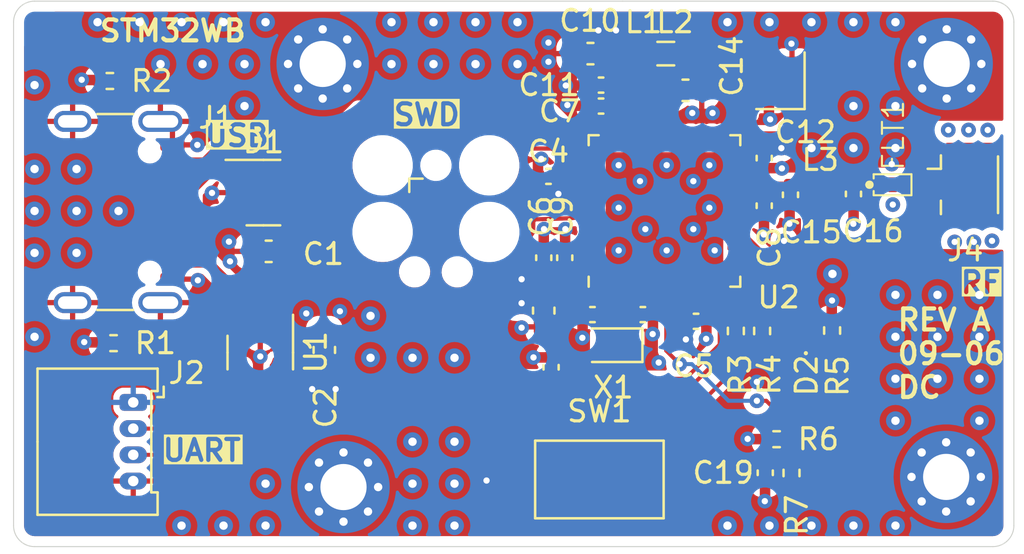
<source format=kicad_pcb>
(kicad_pcb (version 20221018) (generator pcbnew)
  (layers (0 "F.Cu" signal) (1 "In1.Cu" signal) (2 "In2.Cu" signal) (31 "B.Cu" signal) (34 "B.Paste" user) (35 "F.Paste" user) (36 "B.SilkS" user "B.Silkscreen") (37 "F.SilkS" user "F.Silkscreen") (38 "B.Mask" user) (39 "F.Mask" user) (44 "Edge.Cuts" user))
  (net 0 "")
  (net 1 "+5V")
  (net 2 "GND")
  (net 3 "+3.3V")
  (net 4 "/SWD_NRST")
  (net 5 "/SMPSFB")
  (net 6 "/RF")
  (net 7 "/RF_MATCH")
  (net 8 "/LSE_OUT")
  (net 9 "/LSE_IN")
  (net 10 "/BOOT0")
  (net 11 "/USBC_D-")
  (net 12 "/USBC_D+")
  (net 13 "/USB_D+")
  (net 14 "/USB_D-")
  (net 15 "/LED_K")
  (net 16 "/LED_A")
  (net 17 "/USBC_CC1")
  (net 19 "/USBC_CC2")
  (net 21 "/UART1_TXC")
  (net 22 "/UART1_RXC")
  (net 23 "/SWD_DIO")
  (net 24 "/SWD_CLK")
  (net 25 "/SWD_TRC")
  (net 26 "/RF_ANT")
  (net 27 "/SMPSLX")
  (net 28 "/SMPSLXL")
  (net 29 "/UART1_TX")
  (net 30 "/UART1_RX")
  (net 31 "Net-(R7-Pad1)")
  (net 43 "/HSE_OUT")
  (net 44 "/HSE_IN")
  (footprint "Capacitor_SMD:C_0402_1005Metric" (layer "F.Cu") (at 64.25 72.23 90)
    (fp_text reference "C6")
    (fp_text value "100n")
  )
  (footprint "Package_TO_SOT_SMD:SOT-23-5" (layer "F.Cu") (at 50.75 76.75 -90)
    (fp_text reference "U1")
    (fp_text value "MIC5365-3.3YD5")
  )
  (footprint "MountingHole:MountingHole_2.2mm_M2_Pad_Via" (layer "F.Cu") (at 53.722 62.992)
    (fp_text reference "H1" hide)
    (fp_text value "MountingHole_Pad")
  )
  (footprint "Capacitor_SMD:C_0402_1005Metric" (layer "F.Cu") (at 68.97 74.94)
    (fp_text reference "C17" hide)
    (fp_text value "10p")
  )
  (footprint "Connector:Tag-Connect_TC2030-IDC-FP_2x03_P1.27mm_Vertical" (layer "F.Cu") (at 59.115 70.365 -90)
    (fp_text reference "J3" hide)
    (fp_text value "TC2030")
  )
  (footprint "Crystal:Crystal_SMD_2016-4Pin_2.0x1.6mm" (layer "F.Cu") (at 75.523 63.7936 90)
    (fp_text reference "X2" hide)
    (fp_text value "32MHz")
  )
  (footprint "Resistor_SMD:R_0402_1005Metric" (layer "F.Cu") (at 73.4 75.72 -90)
    (fp_text reference "R3")
    (fp_text value "220R")
  )
  (footprint "Capacitor_SMD:C_0402_1005Metric" (layer "F.Cu") (at 79 69.19 -90)
    (fp_text reference "C16")
    (fp_text value "0p3")
  )
  (footprint "Resistor_SMD:R_0402_1005Metric" (layer "F.Cu") (at 43.5864 63.8048 180)
    (fp_text reference "R2")
    (fp_text value "5k1")
  )
  (footprint "Resistor_SMD:R_0402_1005Metric" (layer "F.Cu") (at 77.9834 75.6996 90)
    (fp_text reference "R5")
    (fp_text value "220R")
  )
  (footprint "Capacitor_SMD:C_0402_1005Metric" (layer "F.Cu") (at 74.75 69.75 -90)
    (fp_text reference "C8")
    (fp_text value "100n")
  )
  (footprint "Button_Switch_SMD:SW_SPST_CK_RS282G05A3" (layer "F.Cu") (at 66.9 82.8 180)
    (fp_text reference "SW1")
    (fp_text value "SW_Push")
  )
  (footprint "Capacitor_SMD:C_0402_1005Metric" (layer "F.Cu") (at 76 69.23 -90)
    (fp_text reference "C15")
    (fp_text value "0p8")
  )
  (footprint "Connector_Coaxial:U.FL_Hirose_U.FL-R-SMT-1_Vertical" (layer "F.Cu") (at 84.05 68.75)
    (fp_text reference "J4")
    (fp_text value "Conn_Coaxial")
  )
  (footprint "Resistor_SMD:R_0402_1005Metric" (layer "F.Cu") (at 75.34 80.88 180)
    (fp_text reference "R6")
    (fp_text value "5k1")
  )
  (footprint "Capacitor_SMD:C_0603_1608Metric" (layer "F.Cu") (at 64.25 74.75 -90)
    (fp_text reference "C3" hide)
    (fp_text value "4u7")
  )
  (footprint "Fiducial:Fiducial_1mm_Mask2mm" (layer "F.Cu") (at 40.386 61.468)
    (fp_text reference "FM1" hide)
    (fp_text value "Fiducial")
  )
  (footprint "STM32-Bluetooth_PCBFootprint:DLF162500LT-5028A1" (layer "F.Cu") (at 80.8625 68.75)
    (fp_text reference "FLT1")
    (fp_text value "DLF162500LT-5028A1")
  )
  (footprint "Fiducial:Fiducial_1mm_Mask2mm" (layer "F.Cu") (at 79.502 62.992)
    (fp_text reference "FM2" hide)
    (fp_text value "Fiducial")
  )
  (footprint "Resistor_SMD:R_0402_1005Metric" (layer "F.Cu") (at 76.05 82.49 90)
    (fp_text reference "R7")
    (fp_text value "220R")
  )
  (footprint "Resistor_SMD:R_0402_1005Metric" (layer "F.Cu") (at 74.65 75.72 -90)
    (fp_text reference "R4")
    (fp_text value "220R")
  )
  (footprint "MountingHole:MountingHole_2.2mm_M2_Pad_Via" (layer "F.Cu") (at 54.713274 83.161274)
    (fp_text reference "H2" hide)
    (fp_text value "MountingHole_Pad")
  )
  (footprint "Capacitor_SMD:C_0402_1005Metric" (layer "F.Cu") (at 66.98 65 180)
    (fp_text reference "C7")
    (fp_text value "100n")
  )
  (footprint "Resistor_SMD:R_0402_1005Metric" (layer "F.Cu") (at 43.7622 76.3016 180)
    (fp_text reference "R1")
    (fp_text value "5k1")
  )
  (footprint "Package_TO_SOT_SMD:SOT-23-6" (layer "F.Cu") (at 50.9 69.125)
    (fp_text reference "D1")
    (fp_text value "USBLC6-2SC6")
  )
  (footprint "Package_DFN_QFN:QFN-48-1EP_7x7mm_P0.5mm_EP5.6x5.6mm" (layer "F.Cu") (at 70 70 90)
    (fp_text reference "U2")
    (fp_text value "STM32WB55CEU6")
  )
  (footprint "Connector_USB:USB_C_Receptacle_GCT_USB4105-xx-A_16P_TopMnt_Horizontal" (layer "F.Cu") (at 42.8875 70.05 -90)
    (fp_text reference "J1")
    (fp_text value "USB_C_Receptacle_USB2.0")
  )
  (footprint "Inductor_SMD:L_0402_1005Metric" (layer "F.Cu") (at 77.5 68.71)
    (fp_text reference "L3")
    (fp_text value "2n7")
  )
  (footprint "Capacitor_SMD:C_0402_1005Metric" (layer "F.Cu") (at 71.5036 75.2602)
    (fp_text reference "C5")
    (fp_text value "100n")
  )
  (footprint "Crystal:Crystal_SMD_2012-2Pin_2.0x1.2mm" (layer "F.Cu") (at 67.75 76.4 180)
    (fp_text reference "X1")
    (fp_text value "32kHz768")
  )
  (footprint "MountingHole:MountingHole_2.2mm_M2_Pad_Via" (layer "F.Cu") (at 83.44 62.992)
    (fp_text reference "H3" hide)
    (fp_text value "MountingHole_Pad")
  )
  (footprint "Fiducial:Fiducial_1mm_Mask2mm" (layer "F.Cu") (at 79.248 82.804)
    (fp_text reference "FM3" hide)
    (fp_text value "Fiducial")
  )
  (footprint "LED_SMD:LED_0402_1005Metric" (layer "F.Cu") (at 76.7334 75.6896 90)
    (fp_text reference "D2")
    (fp_text value "LED")
  )
  (footprint "Capacitor_SMD:C_0402_1005Metric" (layer "F.Cu") (at 74.75 67.48 -90)
    (fp_text reference "C12")
    (fp_text value "100n")
  )
  (footprint "Capacitor_SMD:C_0402_1005Metric" (layer "F.Cu") (at 65.25 72.23 90)
    (fp_text reference "C9")
    (fp_text value "100n")
  )
  (footprint "Inductor_SMD:L_0805_2012Metric" (layer "F.Cu") (at 70.0625 62.5)
    (fp_text reference "L2")
    (fp_text value "10u")
  )
  (footprint "Capacitor_SMD:C_0603_1608Metric" (layer "F.Cu") (at 51.15 71.925 180)
    (fp_text reference "C1")
    (fp_text value "4u7")
  )
  (footprint "MountingHole:MountingHole_2.2mm_M2_Pad_Via" (layer "F.Cu") (at 83.415274 82.678)
    (fp_text reference "H4" hide)
    (fp_text value "MountingHole_Pad")
  )
  (footprint "Capacitor_SMD:C_0402_1005Metric" (layer "F.Cu") (at 74.8 82.48 -90)
    (fp_text reference "C19")
    (fp_text value "100n")
  )
  (footprint "Capacitor_SMD:C_0402_1005Metric" (layer "F.Cu") (at 64.475 68.35 180)
    (fp_text reference "C4")
    (fp_text value "100n")
  )
  (footprint "Capacitor_SMD:C_0402_1005Metric" (layer "F.Cu") (at 66.98 64 180)
    (fp_text reference "C11")
    (fp_text value "100n")
  )
  (footprint "Capacitor_SMD:C_0402_1005Metric" (layer "F.Cu") (at 66.57 74.94 180)
    (fp_text reference "C18" hide)
    (fp_text value "10p")
  )
  (footprint "Capacitor_SMD:C_0603_1608Metric" (layer "F.Cu") (at 53.8 76.625 90)
    (fp_text reference "C2")
    (fp_text value "4u7")
  )
  (footprint "Connector_Molex:Molex_PicoBlade_53048-0410_1x04_P1.25mm_Horizontal" (layer "F.Cu") (at 44.7 79.125 -90)
    (fp_text reference "J2")
    (fp_text value "Conn_01x04")
  )
  (footprint "Capacitor_SMD:C_0603_1608Metric" (layer "F.Cu") (at 66.475 62.5 180)
    (fp_text reference "C10")
    (fp_text value "4u7")
  )
  (footprint "Capacitor_SMD:C_0603_1608Metric" (layer "F.Cu") (at 71 64.25)
    (fp_text reference "C14")
    (fp_text value "4u7")
  )
  (footprint "Capacitor_SMD:C_0402_1005Metric" (layer "F.Cu") (at 64.6 77.45 90)
    (fp_text reference "C13" hide)
    (fp_text value "100n")
  )
  (footprint "Inductor_SMD:L_0402_1005Metric" (layer "F.Cu") (at 68.75 64.485 90)
    (fp_text reference "L1")
    (fp_text value "10n")
  )
  (gr_line (start 67.62 74.53) (end 67.52 74.69) (stroke (width 0.2)) (layer "F.Cu"))
  (gr_line (start 67.72 73.5) (end 67.75 74.13) (stroke (width 0.2)) (layer "F.Cu"))
  (gr_line (start 61.25 72.75) (end 61 72.5) (stroke (width 0.2)) (layer "F.Cu"))
  (gr_line (start 60.1 68.325) (end 59.8 68.575) (stroke (width 0.2)) (layer "F.Cu"))
  (gr_line (start 69.27 66.59) (end 69.27 67.52) (stroke (width 0.2)) (layer "F.Cu"))
  (gr_line (start 65.7 69.7) (end 65.525 69.825) (stroke (width 0.2)) (layer "F.Cu"))
  (gr_line (start 66.6 68.25) (end 65.85 68.175) (stroke (width 0.2)) (layer "F.Cu"))
  (gr_line (start 66.25 69.25) (end 65.7 69.425) (stroke (width 0.2)) (layer "F.Cu"))
  (gr_line (start 65.7 69.425) (end 65.7 69.7) (stroke (width 0.2)) (layer "F.Cu"))
  (gr_line (start 67.6 74.25) (end 67.62 74.53) (stroke (width 0.2)) (layer "F.Cu"))
  (gr_line (start 63.75 70.5) (end 63.75 71) (stroke (width 0.2)) (layer "F.Cu"))
  (gr_line (start 68.75 65.7) (end 68.75 65) (stroke (width 0.5)) (layer "F.Cu"))
  (gr_line (start 68.8 63.95) (end 69 62.4) (stroke (width 0.5)) (layer "F.Cu"))
  (gr_line (start 60.575 66) (end 60.05 67.025) (stroke (width 0.2)) (layer "F.Cu"))
  (gr_line (start 63.375 66.825) (end 63.375 66.25) (stroke (width 0.2)) (layer "F.Cu"))
  (gr_line (start 62.6 69.4) (end 60.4 69.4) (stroke (width 0.2)) (layer "F.Cu"))
  (gr_line (start 68.26 74.05) (end 68.48 74.14) (stroke (width 0.2)) (layer "F.Cu"))
  (gr_line (start 65.85 68.175) (end 65.325 67.65) (stroke (width 0.2)) (layer "F.Cu"))
  (gr_line (start 67.05 74.94) (end 67.06 76.16) (stroke (width 0.2)) (layer "F.Cu"))
  (gr_line (start 62.75 72.5) (end 62.25 72.75) (stroke (width 0.2)) (layer "F.Cu"))
  (gr_line (start 68.26 73.45) (end 68.26 74.05) (stroke (width 0.2)) (layer "F.Cu"))
  (gr_line (start 60.05 67.025) (end 60.1 68.325) (stroke (width 0.2)) (layer "F.Cu"))
  (gr_line (start 68.48 74.14) (end 68.48 74.71) (stroke (width 0.2)) (layer "F.Cu"))
  (gr_line (start 63.375 66.25) (end 62.75 66) (stroke (width 0.2)) (layer "F.Cu"))
  (gr_line (start 63.75 69.5) (end 62.6 69.4) (stroke (width 0.2)) (layer "F.Cu"))
  (gr_line (start 68.75 66.6) (end 68.75 65.9) (stroke (width 0.2)) (layer "F.Cu"))
  (gr_line (start 65.525 69.825) (end 64.025 69.85) (stroke (width 0.2)) (layer "F.Cu"))
  (gr_line (start 64.025 69.85) (end 63.75 69.5) (stroke (width 0.2)) (layer "F.Cu"))
  (gr_line (start 64.65 67.025) (end 63.7 67.025) (stroke (width 0.2)) (layer "F.Cu"))
  (gr_line (start 63.825 70.4) (end 63.75 70.5) (stroke (width 0.2)) (layer "F.Cu"))
  (gr_line (start 66.5 70.25) (end 65.475 70.35) (stroke (width 0.2)) (layer "F.Cu"))
  (gr_line (start 68.75 65.9) (end 68.75 65.7) (stroke (width 0.2)) (layer "F.Cu"))
  (gr_line (start 65.475 70.35) (end 63.825 70.4) (stroke (width 0.2)) (layer "F.Cu"))
  (gr_line (start 62.75 66) (end 60.575 66) (stroke (width 0.2)) (layer "F.Cu"))
  (gr_line (start 74.1 65.4) (end 72.72 66.39) (stroke (width 0.2)) (layer "F.Cu"))
  (gr_line (start 59.8 69.8) (end 59.8 70.35) (stroke (width 0.2)) (layer "F.Cu"))
  (gr_line (start 63.75 71) (end 62.75 72.5) (stroke (width 0.2)) (layer "F.Cu"))
  (gr_line (start 62.25 72.75) (end 61.25 72.75) (stroke (width 0.2)) (layer "F.Cu"))
  (gr_line (start 60.4 69.4) (end 59.8 69.8) (stroke (width 0.2)) (layer "F.Cu"))
  (gr_line (start 65.325 67.65) (end 64.65 67.025) (stroke (width 0.2)) (layer "F.Cu"))
  (gr_line (start 67.75 74.13) (end 67.6 74.25) (stroke (width 0.2)) (layer "F.Cu"))
  (gr_line (start 74.83 63.11) (end 74.13 63.43) (stroke (width 0.2)) (layer "F.Cu"))
  (gr_line (start 59.8 68.575) (end 59.75 69.095) (stroke (width 0.2)) (layer "F.Cu"))
  (gr_line (start 74.13 63.43) (end 74.1 65.4) (stroke (width 0.2)) (layer "F.Cu"))
  (gr_line (start 68.48 74.93) (end 68.48 76.35) (stroke (width 0.2)) (layer "F.Cu"))
  (gr_line (start 61 72.5) (end 59.75 71.5) (stroke (width 0.2)) (layer "F.Cu"))
  (gr_line (start 63.7 67.025) (end 63.375 66.825) (stroke (width 0.2)) (layer "F.Cu"))
  (gr_line (start 67.52 74.69) (end 67.14 74.7) (stroke (width 0.2)) (layer "F.Cu"))
  (gr_arc (start 40 86) (mid 39.292893 85.707107) (end 39 85) (stroke (width 0.05)) (layer "Edge.Cuts"))
  (gr_line (start 39 85) (end 39 61) (stroke (width 0.05)) (layer "Edge.Cuts"))
  (gr_line (start 68 60) (end 85.6394 60) (stroke (width 0.05)) (layer "Edge.Cuts"))
  (gr_line (start 40 60) (end 68 60) (stroke (width 0.05)) (layer "Edge.Cuts"))
  (gr_arc (start 86.6394 85) (mid 86.346507 85.707107) (end 85.6394 86) (stroke (width 0.05)) (layer "Edge.Cuts"))
  (gr_arc (start 85.6394 60) (mid 86.346507 60.292893) (end 86.6394 61) (stroke (width 0.05)) (layer "Edge.Cuts"))
  (gr_line (start 85.6394 86) (end 40 86) (stroke (width 0.05)) (layer "Edge.Cuts"))
  (gr_arc (start 39 61) (mid 39.292893 60.292893) (end 40 60) (stroke (width 0.05)) (layer "Edge.Cuts"))
  (gr_line (start 86.6394 61) (end 86.6394 85) (stroke (width 0.05)) (layer "Edge.Cuts"))
  (gr_text "UART" (at 46 82) (layer "F.SilkS" knockout) (effects (font (size 1 1) (thickness 0.2) bold) (justify left bottom)))
  (gr_text "RF" (at 84 74) (layer "F.SilkS" knockout) (effects (font (size 1 1) (thickness 0.2) bold) (justify left bottom)))
  (gr_text "USB" (at 48 67) (layer "F.SilkS" knockout) (effects (font (size 1 1) (thickness 0.2) bold) (justify left bottom)))
  (gr_text "REV A\n09-06\nDC" (at 81 79) (layer "F.SilkS") (effects (font (size 1 1) (thickness 0.2) bold) (justify left bottom)))
  (gr_text "SWD" (at 57 66) (layer "F.SilkS" knockout) (effects (font (size 1 1) (thickness 0.2) bold) (justify left bottom)))
  (gr_text "STM32WB" (at 43 62) (layer "F.SilkS") (effects (font (size 1 1) (thickness 0.2) bold) (justify left bottom)))
  (segment (start 50.777371 74.027371) (end 51.7 74.95) (width 0.5) (layer "F.Cu") (net 1))
  (segment (start 46.5675 72.45) (end 48.222629 72.45) (width 0.5) (layer "F.Cu") (net 1))
  (segment (start 48.825 66.975) (end 50.123528 66.975) (width 0.5) (layer "F.Cu") (net 1))
  (segment (start 49.8 74.027371) (end 50.777371 74.027371) (width 0.5) (layer "F.Cu") (net 1))
  (segment (start 51.7 74.95) (end 51.7 75.6125) (width 0.5) (layer "F.Cu") (net 1))
  (segment (start 50.123528 66.975) (end 50.925 67.776472) (width 0.5) (layer "F.Cu") (net 1))
  (segment (start 51.925 72.879742) (end 50.777371 74.027371) (width 0.5) (layer "F.Cu") (net 1))
  (segment (start 50.925 67.776472) (end 50.925 68.575) (width 0.5) (layer "F.Cu") (net 1))
  (segment (start 51.475 69.125) (end 52.0375 69.125) (width 0.5) (layer "F.Cu") (net 1))
  (segment (start 46.5675 67.65) (end 46.6175 67.7) (width 0.5) (layer "F.Cu") (net 1))
  (segment (start 48.1 67.7) (end 48.825 66.975) (width 0.5) (layer "F.Cu") (net 1))
  (segment (start 51.925 71.925) (end 51.925 72.879742) (width 0.5) (layer "F.Cu") (net 1))
  (segment (start 48.222629 72.45) (end 49.8 74.027371) (width 0.5) (layer "F.Cu") (net 1))
  (segment (start 50.925 68.575) (end 51.475 69.125) (width 0.5) (layer "F.Cu") (net 1))
  (segment (start 49.8 75.6125) (end 49.8 74.027371) (width 0.19) (layer "F.Cu") (net 1))
  (segment (start 46.6175 67.7) (end 48.1 67.7) (width 0.5) (layer "F.Cu") (net 1))
  (segment (start 74.975 64.775) (end 74.975 65.577) (width 0.5) (layer "F.Cu") (net 2))
  (segment (start 76.0476 63.0682) (end 76.073 63.0936) (width 0.5) (layer "F.Cu") (net 2))
  (segment (start 71.9956 75.2144) (end 71.9956 76.0864) (width 0.5) (layer "F.Cu") (net 2))
  (segment (start 77.966 75.1536) (end 77.966 74.2816) (width 0.5) (layer "F.Cu") (net 2))
  (segment (start 74.7894 82.9498) (end 74.7894 83.8218) (width 0.5) (layer "F.Cu") (net 2))
  (segment (start 69.45 74.984) (end 69.45 75.856) (width 0.5) (layer "F.Cu") (net 2))
  (segment (start 64.25 70.878) (end 64.262 70.866) (width 0.5) (layer "F.Cu") (net 2))
  (segment (start 74.973 64.4936) (end 74.973 64.773) (width 0.5) (layer "F.Cu") (net 2))
  (segment (start 65.4102 64.9852) (end 65.375 64.95) (width 0.5) (layer "F.Cu") (net 2))
  (segment (start 74.7064 67.9584) (end 75.5784 67.9584) (width 0.5) (layer "F.Cu") (net 2))
  (segment (start 75.958 69.728) (end 75.958 70.6) (width 0.5) (layer "F.Cu") (net 2))
  (segment (start 74.845 80.8766) (end 73.973 80.8766) (width 0.5) (layer "F.Cu") (net 2))
  (segment (start 65.266 71.75) (end 65.266 70.878) (width 0.5) (layer "F.Cu") (net 2))
  (segment (start 64.633 76.982) (end 63.761 76.982) (width 0.5) (layer "F.Cu") (net 2))
  (segment (start 73.4375 68.25) (end 74.46 68.25) (width 0.25) (layer "F.Cu") (net 2))
  (segment (start 74.7388 70.236) (end 74.7388 71.108) (width 0.5) (layer "F.Cu") (net 2))
  (segment (start 74.975 65.577) (end 75.0316 65.6336) (width 0.5) (layer "F.Cu") (net 2))
  (segment (start 64.25 71.75) (end 64.25 70.878) (width 0.5) (layer "F.Cu") (net 2))
  (segment (start 74.973 64.773) (end 74.975 64.775) (width 0.5) (layer "F.Cu") (net 2))
  (segment (start 66.5176 64.9852) (end 65.4102 64.9852) (width 0.5) (layer "F.Cu") (net 2))
  (segment (start 66.1 74.944) (end 66.1 75.816) (width 0.5) (layer "F.Cu") (net 2))
  (segment (start 43.249 76.262) (end 42.377 76.262) (width 0.5) (layer "F.Cu") (net 2))
  (segment (start 66.5176 64.02) (end 65.3 64.02) (width 0.5) (layer "F.Cu") (net 2))
  (segment (start 63.975 68.4036) (end 63.975 67.5316) (width 0.5) (layer "F.Cu") (net 2))
  (segment (start 74.46 68.25) (end 74.75 67.96) (width 0.25) (layer "F.Cu") (net 2))
  (segment (start 43.128 63.758) (end 42.256 63.758) (width 0.5) (layer "F.Cu") (net 2))
  (segment (start 79.006 69.728) (end 79.006 70.6) (width 0.5) (layer "F.Cu") (net 2))
  (segment (start 66.068 75.798) (end 66.068 75.578) (width 0.19) (layer "F.Cu") (net 2))
  (segment (start 66.068 75.578) (end 66.08 75.566) (width 0.19) (layer "F.Cu") (net 2))
  (via (at 81 65) (size 0.9) (drill 0.4) (layers "F.Cu" "B.Cu") (net 2))
  (via (at 51 61) (size 0.9) (drill 0.4) (layers "F.Cu" "B.Cu") (net 2))
  (via (at 74.7774 83.8338) (size 0.7) (drill 0.3) (layers "F.Cu" "B.Cu") (net 2))
  (via (at 84.7344 71.4756) (size 0.7) (drill 0.3) (layers "F.Cu" "B.Cu") (net 2))
  (via (at 49 85) (size 0.9) (drill 0.4) (layers "F.Cu" "B.Cu") (net 2))
  (via (at 42 70) (size 0.9) (drill 0.4) (layers "F.Cu" "B.Cu") (net 2))
  (via (at 73.961 80.8646) (size 0.7) (drill 0.3) (layers "F.Cu" "B.Cu") (net 2))
  (via (at 50.7492 76.9366) (size 0.7) (drill 0.3) (layers "F.Cu" "B.Cu") (net 2))
  (via (at 40 68) (size 0.9) (drill 0.4) (layers "F.Cu" "B.Cu") (net 2))
  (via (at 75 61) (size 0.9) (drill 0.4) (layers "F.Cu" "B.Cu") (net 2))
  (via (at 76.0476 62.0268) (size 0.7) (drill 0.3) (layers "F.Cu" "B.Cu") (net 2))
  (via (at 83 76) (size 0.9) (drill 0.4) (layers "F.Cu" "B.Cu") (net 2))
  (via (at 49.3083 72.4043) (size 0.7) (drill 0.3) (layers "F.Cu" "B.Cu") (net 2))
  (via (at 56 75) (size 0.9) (drill 0.4) (layers "F.Cu" "B.Cu") (net 2))
  (via (at 47.7774 73.3044) (size 0.7) (drill 0.3) (layers "F.Cu" "B.Cu") (net 2))
  (via (at 49 61) (size 0.9) (drill 0.4) (layers "F.Cu" "B.Cu") (net 2))
  (via (at 71.3232 65.3288) (size 0.7) (drill 0.3) (layers "F.Cu" "B.Cu") (net 2))
  (via (at 60 85) (size 0.9) (drill 0.4) (layers "F.Cu" "B.Cu") (net 2))
  (via (at 49.2575 71.4645) (size 0.7) (drill 0.3) (layers "F.Cu" "B.Cu") (net 2))
  (via (at 63 63) (size 0.9) (drill 0.4) (layers "F.Cu" "B.Cu") (net 2))
  (via (at 68.834 68.58) (size 0.7) (drill 0.3) (layers "F.Cu" "B.Cu") (net 2))
  (via (at 85 76) (size 0.9) (drill 0.4) (layers "F.Cu" "B.Cu") (net 2))
  (via (at 63.1952 75.565) (size 0.7) (drill 0.3) (layers "F.Cu" "B.Cu") (net 2))
  (via (at 72.136 67.818) (size 0.7) (drill 0.3) (layers "F.Cu" "B.Cu") (net 2))
  (via (at 58 85) (size 0.9) (drill 0.4) (layers "F.Cu" "B.Cu") (net 2))
  (via (at 50 63) (size 0.9) (drill 0.4) (layers "F.Cu" "B.Cu") (net 2))
  (via (at 78 73) (size 0.9) (drill 0.4) (layers "F.Cu" "B.Cu") (net 2))
  (via (at 59 61) (size 0.9) (drill 0.4) (layers "F.Cu" "B.Cu") (net 2))
  (via (at 85.3948 66.1416) (size 0.7) (drill 0.3) (layers "F.Cu" "B.Cu") (net 2))
  (via (at 64.262 70.866) (size 0.7) (drill 0.3) (layers "F.Cu" "B.Cu") (net 2))
  (via (at 77 61) (size 0.9) (drill 0.4) (layers "F.Cu" "B.Cu") (net 2))
  (via (at 52.9413 74.8853) (size 0.7) (drill 0.3) (layers "F.Cu" "B.Cu") (net 2))
  (via (at 60 81) (size 0.9) (drill 0.4) (layers "F.Cu" "B.Cu") (net 2))
  (via (at 75 85) (size 0.9) (drill 0.4) (layers "F.Cu" "B.Cu") (net 2))
  (via (at 83 74) (size 0.9) (drill 0.4) (layers "F.Cu" "B.Cu") (net 2))
  (via (at 78.994 70.612) (size 0.7) (drill 0.3) (layers "F.Cu" "B.Cu") (net 2))
  (via (at 57 63) (size 0.9) (drill 0.4) (layers "F.Cu" "B.Cu") (net 2))
  (via (at 61 63) (size 0.9) (drill 0.4) (layers "F.Cu" "B.Cu") (net 2))
  (via (at 56 77) (size 0.9) (drill 0.4) (layers "F.Cu" "B.Cu") (net 2))
  (via (at 85 80) (size 0.9) (drill 0.4) (layers "F.Cu" "B.Cu") (net 2))
  (via (at 70.104 71.882) (size 0.7) (drill 0.3) (layers "F.Cu" "B.Cu") (net 2))
  (via (at 40 76) (size 0.9) (drill 0.4) (layers "F.Cu" "B.Cu") (net 2))
  (via (at 85.598 71.4248) (size 0.7) (drill 0.3) (layers "F.Cu" "B.Cu") (net 2))
  (via (at 69.725 77.225) (size 0.7) (drill 0.3) (layers "F.Cu" "B.Cu") (net 2))
  (via (at 50 65) (size 0.9) (drill 0.4) (layers "F.Cu" "B.Cu") (net 2))
  (via (at 79 85) (size 0.9) (drill 0.4) (layers "F.Cu" "B.Cu") (net 2))
  (via (at 42.244 63.746) (size 0.7) (drill 0.3) (layers "F.Cu" "B.Cu") (net 2))
  (via (at 67.818 69.85) (size 0.7) (drill 0.3) (layers "F.Cu" "B.Cu") (net 2))
  (via (at 71.374 68.58) (size 0.7) (drill 0.3) (layers "F.Cu" "B.Cu") (net 2))
  (via (at 72.39 71.882) (size 0.7) (drill 0.3) (layers "F.Cu" "B.Cu") (net 2))
  (via (at 40 64) (size 0.9) (drill 0.4) (layers "F.Cu" "B.Cu") (net 2))
  (via (at 66.088 76.048) (size 0.7) (drill 0.3) (layers "F.Cu" "B.Cu") (net 2))
  (via (at 75.0316 65.6336) (size 0.7) (drill 0.3) (layers "F.Cu" "B.Cu") (net 2))
  (via (at 40 72) (size 0.9) (drill 0.4) (layers "F.Cu" "B.Cu") (net 2))
  (via (at 63 61) (size 0.9) (drill 0.4) (layers "F.Cu" "B.Cu") (net 2))
  (via (at 85 78) (size 0.9) (drill 0.4) (layers "F.Cu" "B.Cu") (net 2))
  (via (at 48.4503 69.1402) (size 0.7) (drill 0.3) (layers "F.Cu" "B.Cu") (net 2))
  (via (at 60 83) (size 0.9) (drill 0.4) (layers "F.Cu" "B.Cu") (net 2))
  (via (at 71.374 70.866) (size 0.7) (drill 0.3) (layers "F.Cu" "B.Cu") (net 2))
  (via (at 69.088 70.866) (size 0.7) (drill 0.3) (layers "F.Cu" "B.Cu") (net 2))
  (via (at 64.132 67.5196) (size 0.7) (drill 0.3) (layers "F.Cu" "B.Cu") (net 2))
  (via (at 65.278 70.866) (size 0.7) (drill 0.3) (layers "F.Cu" "B.Cu") (net 2))
  (via (at 47 61) (size 0.9) (drill 0.4) (layers "F.Cu" "B.Cu") (net 2))
  (via (at 51 85) (size 0.9) (drill 0.4) (layers "F.Cu" "B.Cu") (net 2))
  (via (at 74.7268 71.12) (size 0.7) (drill 0.3) (layers "F.Cu" "B.Cu") (net 2))
  (via (at 58 83) (size 0.9) (drill 0.4) (layers "F.Cu" "B.Cu") (net 2))
  (via (at 75.5904 67.9704) (size 0.7) (drill 0.3) (layers "F.Cu" "B.Cu") (net 2))
  (via (at 80.8228 67.7672) (size 0.7) (drill 0.3) (layers "F.Cu" "B.Cu") (net 2))
  (via (at 81 80) (size 0.9) (drill 0.4) (layers "F.Cu" "B.Cu") (net 2))
  (via (at 61 61) (size 0.9) (drill 0.4) (layers "F.Cu" "B.Cu") (net 2))
  (via (at 81 74) (size 0.9) (drill 0.4) (layers "F.Cu" "B.Cu") (net 2))
  (via (at 48 63) (size 0.9) (drill 0.4) (layers "F.Cu" "B.Cu") (net 2))
  (via (at 40 70) (size 0.9) (drill 0.4) (layers "F.Cu" "B.Cu") (net 2))
  (via (at 60 77) (size 0.9) (drill 0.4) (layers "F.Cu" "B.Cu") (net 2))
  (via (at 58 77) (size 0.9) (drill 0.4) (layers "F.Cu" "B.Cu") (net 2))
  (via (at 72.2884 65.3288) (size 0.7) (drill 0.3) (layers "F.Cu" "B.Cu") (net 2))
  (via (at 84.4804 66.1416) (size 0.7) (drill 0.3) (layers "F.Cu" "B.Cu") (net 2))
  (via (at 67.818 71.882) (size 0.7) (drill 0.3) (layers "F.Cu" "B.Cu") (net 2))
  (via (at 42 72) (size 0.9) (drill 0.4) (layers "F.Cu" "B.Cu") (net 2))
  (via (at 83 78) (size 0.9) (drill 0.4) (layers "F.Cu" "B.Cu") (net 2))
  (via (at 85 74) (size 0.9) (drill 0.4) (layers "F.Cu" "B.Cu") (net 2))
  (via (at 81 78) (size 0.9) (drill 0.4) (layers "F.Cu" "B.Cu") (net 2))
  (via (at 63.761 76.982) (size 0.7) (drill 0.3) (layers "F.Cu" "B.Cu") (net 2))
  (via (at 69.438 75.868) (size 0.7) (drill 0.3) (layers "F.Cu" "B.Cu") (net 2))
  (via (at 42.365 76.25) (size 0.7) (drill 0.3) (layers "F.Cu" "B.Cu") (net 2))
  (via (at 79 65) (size 0.9) (drill 0.4) (layers "F.Cu" "B.Cu") (net 2))
  (via (at 83.82 71.4756) (size 0.7) (drill 0.3) (layers "F.Cu" "B.Cu") (net 2))
  (via (at 74.4 78.150497) (size 0.7) (drill 0.3) (layers "F.Cu" "B.Cu") (net 2))
  (via (at 51 83) (size 0.9) (drill 0.4) (layers "F.Cu" "B.Cu") (net 2))
  (via (at 42 68) (size 0.9) (drill 0.4) (layers "F.Cu" "B.Cu") (net 2))
  (via (at 81 67) (size 0.9) (drill 0.4) (layers "F.Cu" "B.Cu") (net 2))
  (via (at 44 70) (size 0.9) (drill 0.4) (layers "F.Cu" "B.Cu") (net 2))
  (via (at 47 85) (size 0.9) (drill 0.4) (layers "F.Cu" "B.Cu") (net 2))
  (via (at 58 81) (size 0.9) (drill 0.4) (layers "F.Cu" "B.Cu") (net 2))
  (via (at 54.5415 74.7837) (size 0.7) (drill 0.3) (layers "F.Cu" "B.Cu") (net 2))
  (via (at 81 76) (size 0.9) (drill 0.4) (layers "F.Cu" "B.Cu") (net 2))
  (via (at 77.978 74.2696) (size 0.7) (drill 0.3) (layers "F.Cu" "B.Cu") (net 2))
  (via (at 72.136 69.85) (size 0.7) (drill 0.3) (layers "F.Cu" "B.Cu") (net 2))
  (via (at 81 85) (size 0.9) (drill 0.4) (layers "F.Cu" "B.Cu") (net 2))
  (via (at 57 61) (size 0.9) (drill 0.4) (layers "F.Cu" "B.Cu") (net 2))
  (via (at 47.752 66.8528) (size 0.7) (drill 0.3) (layers "F.Cu" "B.Cu") (net 2))
  (via (at 43 61) (size 0.9) (drill 0.4) (layers "F.Cu" "B.Cu") (net 2))
  (via (at 59 63) (size 0.9) (drill 0.4) (layers "F.Cu" "B.Cu") (net 2))
  (via (at 64.475 61.975) (size 0.7) (drill 0.3) (layers "F.Cu" "B.Cu") (net 2))
  (via (at 67.818 67.818) (size 0.7) (drill 0.3) (layers "F.Cu" "B.Cu") (net 2))
  (via (at 73 85) (size 0.9) (drill 0.4) (layers "F.Cu" "B.Cu") (net 2))
  (via (at 83.5152 66.1416) (size 0.7) (drill 0.3) (layers "F.Cu" "B.Cu") (net 2))
  (via (at 71.9836 76.0984) (size 0.7) (drill 0.3) (layers "F.Cu" "B.Cu") (net 2))
  (via (at 79 61) (size 0.9) (drill 0.4) (layers "F.Cu" "B.Cu") (net 2))
  (via (at 75.946 70.612) (size 0.7) (drill 0.3) (layers "F.Cu" "B.Cu") (net 2))
  (via (at 45 61) (size 0.9) (drill 0.4) (layers "F.Cu" "B.Cu") (net 2))
  (via (at 80.8736 69.6976) (size 0.7) (drill 0.3) (layers "F.Cu" "B.Cu") (net 2))
  (via (at 46 63) (size 0.9) (drill 0.4) (layers "F.Cu" "B.Cu") (net 2))
  (via (at 81 61) (size 0.9) (drill 0.4) (layers "F.Cu" "B.Cu") (net 2))
  (via (at 65.375 64.95) (size 0.7) (drill 0.3) (layers "F.Cu" "B.Cu") (net 2))
  (via (at 65.3 64.02) (size 0.7) (drill 0.3) (layers "F.Cu" "B.Cu") (net 2))
  (via (at 79 67) (size 0.9) (drill 0.4) (layers "F.Cu" "B.Cu") (net 2))
  (via (at 64.475 62.8904) (size 0.7) (drill 0.3) (layers "F.Cu" "B.Cu") (net 2))
  (via (at 77 67) (size 0.9) (drill 0.4) (layers "F.Cu" "B.Cu") (net 2))
  (via (at 77 85) (size 0.9) (drill 0.4) (layers "F.Cu" "B.Cu") (net 2))
  (via (at 73 61) (size 0.9) (drill 0.4) (layers "F.Cu" "B.Cu") (net 2))
  (via (at 70.104 67.818) (size 0.7) (drill 0.3) (layers "F.Cu" "B.Cu") (net 2))
  (segment (start 71.0304 75.2398) (end 71.0304 76.1118) (width 0.5) (layer "F.Cu") (net 3))
  (segment (start 66.5625 68.75) (end 65.875 68.75) (width 0.25) (layer "F.Cu") (net 3))
  (segment (start 64.9522 68.4086) (end 64.9522 69.179679) (width 0.5) (layer "F.Cu") (net 3))
  (segment (start 65.647182 68.75) (end 65.875 68.75) (width 0.5) (layer "F.Cu") (net 3))
  (segment (start 73.99239 67.75) (end 74.74239 67) (width 0.25) (layer "F.Cu") (net 3))
  (segment (start 73.4375 67.75) (end 73.99239 67.75) (width 0.25) (layer "F.Cu") (net 3))
  (segment (start 74.681 66.9932) (end 75.553 66.9932) (width 0.5) (layer "F.Cu") (net 3))
  (segment (start 64.955 68.35) (end 65.247182 68.35) (width 0.5) (layer "F.Cu") (net 3))
  (segment (start 74.74239 67) (end 74.75 67) (width 0.25) (layer "F.Cu") (net 3))
  (segment (start 64.9522 69.179679) (end 64.946834 69.185045) (width 0.5) (layer "F.Cu") (net 3))
  (segment (start 65.247182 68.35) (end 65.647182 68.75) (width 0.5) (layer "F.Cu") (net 3))
  (segment (start 62.95 82.85) (end 63 82.8) (width 0.5) (layer "F.Cu") (net 3))
  (segment (start 61.525 82.85) (end 62.95 82.85) (width 0.5) (layer "F.Cu") (net 3))
  (via (at 64.946834 69.185045) (size 0.7) (drill 0.3) (layers "F.Cu" "B.Cu") (net 3))
  (via (at 75.565 67.0052) (size 0.7) (drill 0.3) (layers "F.Cu" "B.Cu") (net 3))
  (via (at 71.0184 76.1238) (size 0.7) (drill 0.3) (layers "F.Cu" "B.Cu") (net 3))
  (via (at 54.3383 78.4921) (size 0.7) (drill 0.3) (layers "F.Cu" "B.Cu") (net 3))
  (via (at 53.2207 78.4921) (size 0.7) (drill 0.3) (layers "F.Cu" "B.Cu") (net 3))
  (via (at 63.1952 74.3966) (size 0.7) (drill 0.3) (layers "F.Cu" "B.Cu") (net 3))
  (via (at 63.1952 73.2536) (size 0.7) (drill 0.3) (layers "F.Cu" "B.Cu") (net 3))
  (via (at 66.8528 61.3918) (size 0.7) (drill 0.3) (layers "F.Cu" "B.Cu") (net 3))
  (via (at 75.692 71.4248) (size 0.7) (drill 0.3) (layers "F.Cu" "B.Cu") (net 3))
  (via (at 61.525 82.85) (size 0.7) (drill 0.3) (layers "F.Cu" "B.Cu") (net 3))
  (via (at 67.691 61.3918) (size 0.7) (drill 0.3) (layers "F.Cu" "B.Cu") (net 3))
  (segment (start 57 74.2) (end 54.8 72) (width 0.19) (layer "F.Cu") (net 4))
  (segment (start 64.6 77.93) (end 64.6 78.07) (width 0.19) (layer "F.Cu") (net 4))
  (segment (start 64.67 78) (end 64.6 77.93) (width 0.19) (layer "F.Cu") (net 4))
  (segment (start 72.048584 74.4) (end 72.6286 74.980016) (width 0.19) (layer "F.Cu") (net 4))
  (segment (start 63.13 77.93) (end 59.4 74.2) (width 0.19) (layer "F.Cu") (net 4))
  (segment (start 70.25 73.4375) (end 70.25 74.25) (width 0.19) (layer "F.Cu") (net 4))
  (segment (start 54.8 70) (end 55.4 69.4) (width 0.19) (layer "F.Cu") (net 4))
  (segment (start 54.8 72) (end 54.8 70) (width 0.19) (layer "F.Cu") (net 4))
  (segment (start 70.4 74.4) (end 72.048584 74.4) (width 0.19) (layer "F.Cu") (net 4))
  (segment (start 72.6286 74.980016) (end 72.6286 76.365568) (width 0.19) (layer "F.Cu") (net 4))
  (segment (start 57.515 69.4) (end 58.48 70.365) (width 0.19) (layer "F.Cu") (net 4))
  (segment (start 64.6 77.93) (end 63.13 77.93) (width 0.19) (layer "F.Cu") (net 4))
  (segment (start 70.25 74.25) (end 70.4 74.4) (width 0.19) (layer "F.Cu") (net 4))
  (segment (start 70.994168 78) (end 64.67 78) (width 0.19) (layer "F.Cu") (net 4))
  (segment (start 72.6286 76.365568) (end 70.994168 78) (width 0.19) (layer "F.Cu") (net 4))
  (segment (start 59.4 74.2) (end 57 74.2) (width 0.19) (layer "F.Cu") (net 4))
  (segment (start 55.4 69.4) (end 57.515 69.4) (width 0.19) (layer "F.Cu") (net 4))
  (segment (start 76.975 68.75) (end 77.015 68.71) (width 0.19) (layer "F.Cu") (net 6))
  (segment (start 73.4925 68.695) (end 75.945 68.695) (width 0.19) (layer "F.Cu") (net 6))
  (segment (start 73.4375 68.75) (end 73.4925 68.695) (width 0.19) (layer "F.Cu") (net 6))
  (segment (start 75.945 68.695) (end 76 68.75) (width 0.19) (layer "F.Cu") (net 6))
  (segment (start 76 68.75) (end 76.975 68.75) (width 0.19) (layer "F.Cu") (net 6))
  (segment (start 80.21 68.71) (end 80.25 68.75) (width 0.19) (layer "F.Cu") (net 7))
  (segment (start 77.985 68.71) (end 79 68.71) (width 0.19) (layer "F.Cu") (net 7))
  (segment (start 79 68.71) (end 80.21 68.71) (width 0.19) (layer "F.Cu") (net 7))
  (segment (start 69.770184 74.335) (end 69.204418 74.335) (width 0.19) (layer "F.Cu") (net 10))
  (segment (start 75.85 80.05) (end 75.85 80.88) (width 0.19) (layer "F.Cu") (net 10))
  (segment (start 70.725 77.3) (end 70.083 76.658) (width 0.19) (layer "F.Cu") (net 10))
  (segment (start 74.85 79.05) (end 75.85 80.05) (width 0.19) (layer "F.Cu") (net 10))
  (segment (start 70.083 76.658) (end 70.083 74.647816) (width 0.19) (layer "F.Cu") (net 10))
  (segment (start 68.75 73.805367) (end 68.75 73.4375) (width 0.19) (layer "F.Cu") (net 10))
  (segment (start 70.083 74.647816) (end 69.770184 74.335) (width 0.19) (layer "F.Cu") (net 10))
  (segment (start 74.4 79.05) (end 74.85 79.05) (width 0.19) (layer "F.Cu") (net 10))
  (segment (start 68.780992 73.836359) (end 68.75 73.805367) (width 0.19) (layer "F.Cu") (net 10))
  (segment (start 68.835314 73.965896) (end 68.780992 73.836359) (width 0.19) (layer "F.Cu") (net 10))
  (segment (start 69.204418 74.335) (end 68.835314 73.965896) (width 0.19) (layer "F.Cu") (net 10))
  (via (at 70.725 77.3) (size 0.7) (drill 0.3) (layers "F.Cu" "B.Cu") (net 10))
  (via (at 74.4 79.05) (size 0.7) (drill 0.3) (layers "F.Cu" "B.Cu") (net 10))
  (segment (start 70.725 77.3) (end 71.3 77.3) (width 0.19) (layer "B.Cu") (net 10))
  (segment (start 71.3 77.3) (end 73.05 79.05) (width 0.19) (layer "B.Cu") (net 10))
  (segment (start 73.05 79.05) (end 74.4 79.05) (width 0.19) (layer "B.Cu") (net 10))
  (segment (start 47.6 70.3) (end 46.5675 70.3) (width 0.22) (layer "F.Cu") (net 11))
  (segment (start 47.6 69.7575) (end 47.6 70.3) (width 0.22) (layer "F.Cu") (net 11))
  (segment (start 48.482119 68.175) (end 49.7625 68.175) (width 0.22) (layer "F.Cu") (net 11))
  (segment (start 47.6 69.057119) (end 48.482119 68.175) (width 0.22) (layer "F.Cu") (net 11))
  (segment (start 47.6 69.7575) (end 47.6 69.057119) (width 0.22) (layer "F.Cu") (net 11))
  (segment (start 46.5675 69.3) (end 47.1425 69.3) (width 0.22) (layer "F.Cu") (net 11))
  (segment (start 47.1425 69.3) (end 47.6 69.7575) (width 0.22) (layer "F.Cu") (net 11))
  (segment (start 45.6 70.6) (end 45.6 70) (width 0.22) (layer "F.Cu") (net 12))
  (segment (start 46.5675 70.8) (end 45.8 70.8) (width 0.22) (layer "F.Cu") (net 12))
  (segment (start 45.8 70.8) (end 45.6 70.6) (width 0.22) (layer "F.Cu") (net 12))
  (segment (start 45.8 69.8) (end 46.5675 69.8) (width 0.22) (layer "F.Cu") (net 12))
  (segment (start 45.6 70) (end 45.8 69.8) (width 0.22) (layer "F.Cu") (net 12))
  (segment (start 46.5675 70.8) (end 47.925 70.8) (width 0.22) (layer "F.Cu") (net 12))
  (segment (start 47.925 70.8) (end 48.65 70.075) (width 0.22) (layer "F.Cu") (net 12))
  (segment (start 48.65 70.075) (end 49.7625 70.075) (width 0.22) (layer "F.Cu") (net 12))
  (segment (start 55.110187 65.985) (end 58.87663 65.985) (width 0.22) (layer "F.Cu") (net 13))
  (segment (start 54.185 68.59) (end 52.7 70.075) (width 0.22) (layer "F.Cu") (net 13))
  (segment (start 63.32337 65.51) (end 64.42837 66.615) (width 0.22) (layer "F.Cu") (net 13))
  (segment (start 58.87663 65.985) (end 59.35163 65.51) (width 0.22) (layer "F.Cu") (net 13))
  (segment (start 66.004828 67.75) (end 66.5625 67.75) (width 0.22) (layer "F.Cu") (net 13))
  (segment (start 54.185 66.910187) (end 54.185 68.59) (width 0.22) (layer "F.Cu") (net 13))
  (segment (start 59.35163 65.51) (end 63.32337 65.51) (width 0.22) (layer "F.Cu") (net 13))
  (segment (start 52.7 70.075) (end 52.0375 70.075) (width 0.22) (layer "F.Cu") (net 13))
  (segment (start 54.185 66.910187) (end 55.110187 65.985) (width 0.22) (layer "F.Cu") (net 13))
  (segment (start 64.42837 66.615) (end 64.869828 66.615) (width 0.22) (layer "F.Cu") (net 13))
  (segment (start 64.869828 66.615) (end 66.004828 67.75) (width 0.22) (layer "F.Cu") (net 13))
  (segment (start 53.675 67.7) (end 53.2 68.175) (width 0.22) (layer "F.Cu") (net 14))
  (segment (start 53.675 66.896928) (end 53.675 67.7) (width 0.22) (layer "F.Cu") (net 14))
  (segment (start 53.2 68.175) (end 52.0375 68.175) (width 0.22) (layer "F.Cu") (net 14))
  (segment (start 66.5625 67.25) (end 64.4525 65.14) (width 0.22) (layer "F.Cu") (net 14))
  (segment (start 55.431928 65.14) (end 53.675 66.896928) (width 0.22) (layer "F.Cu") (net 14))
  (segment (start 64.4525 65.14) (end 55.431928 65.14) (width 0.22) (layer "F.Cu") (net 14))
  (segment (start 77.9484 76.1746) (end 77.9834 76.2096) (width 0.19) (layer "F.Cu") (net 15))
  (segment (start 76.7334 76.1746) (end 77.9484 76.1746) (width 0.19) (layer "F.Cu") (net 15))
  (segment (start 74.9 72.205368) (end 74.9 73.125) (width 0.19) (layer "F.Cu") (net 16))
  (segment (start 73.4375 71.25) (end 73.944632 71.25) (width 0.19) (layer "F.Cu") (net 16))
  (segment (start 73.944632 71.25) (end 74.9 72.205368) (width 0.19) (layer "F.Cu") (net 16))
  (segment (start 76.2 73.625) (end 76.7334 74.1584) (width 0.19) (layer "F.Cu") (net 16))
  (segment (start 76.7334 74.1584) (end 76.7334 75.2046) (width 0.19) (layer "F.Cu") (net 16))
  (segment (start 75.4 73.625) (end 76.2 73.625) (width 0.19) (layer "F.Cu") (net 16))
  (segment (start 74.9 73.125) (end 75.4 73.625) (width 0.19) (layer "F.Cu") (net 16))
  (segment (start 44.0964 66.92716) (end 44.0964 63.8048) (width 0.19) (layer "F.Cu") (net 17))
  (segment (start 45.96924 68.8) (end 44.0964 66.92716) (width 0.19) (layer "F.Cu") (net 17))
  (segment (start 46.5675 68.8) (end 45.96924 68.8) (width 0.19) (layer "F.Cu") (net 17))
  (segment (start 44.2722 72.8528) (end 44.2722 76.3016) (width 0.19) (layer "F.Cu") (net 19))
  (segment (start 46.5675 71.8) (end 45.325 71.8) (width 0.19) (layer "F.Cu") (net 19))
  (segment (start 45.325 71.8) (end 44.2722 72.8528) (width 0.19) (layer "F.Cu") (net 19))
  (segment (start 49.4 81.306168) (end 49.306168 81.4) (width 0.19) (layer "F.Cu") (net 21))
  (segment (start 49.306168 81.4) (end 47 81.4) (width 0.19) (layer "F.Cu") (net 21))
  (segment (start 47 81.4) (end 45.975 80.375) (width 0.19) (layer "F.Cu") (net 21))
  (segment (start 54.942568 78.8) (end 54.605468 79.1371) (width 0.19) (layer "F.Cu") (net 21))
  (segment (start 45.975 80.375) (end 44.7 80.375) (width 0.19) (layer "F.Cu") (net 21))
  (segment (start 50.4629 79.1371) (end 49.4 80.2) (width 0.19) (layer "F.Cu") (net 21))
  (segment (start 49.4 80.2) (end 49.4 81.306168) (width 0.19) (layer "F.Cu") (net 21))
  (segment (start 54.605468 79.1371) (end 50.4629 79.1371) (width 0.19) (layer "F.Cu") (net 21))
  (segment (start 70.83 78.8) (end 54.942568 78.8) (width 0.19) (layer "F.Cu") (net 21))
  (segment (start 73.4 76.23) (end 70.83 78.8) (width 0.19) (layer "F.Cu") (net 21))
  (segment (start 46.8 82.4) (end 46 81.6) (width 0.19) (layer "F.Cu") (net 22))
  (segment (start 51.2 79.8) (end 50.2 80.8) (width 0.19) (layer "F.Cu") (net 22))
  (segment (start 56.2 79.4) (end 71.48 79.4) (width 0.19) (layer "F.Cu") (net 22))
  (segment (start 45.975 81.625) (end 44.7 81.625) (width 0.19) (layer "F.Cu") (net 22))
  (segment (start 46 81.6) (end 45.975 81.625) (width 0.19) (layer "F.Cu") (net 22))
  (segment (start 50.2 80.8) (end 50.2 82) (width 0.19) (layer "F.Cu") (net 22))
  (segment (start 50.2 82) (end 49.8 82.4) (width 0.19) (layer "F.Cu") (net 22))
  (segment (start 49.8 82.4) (end 46.8 82.4) (width 0.19) (layer "F.Cu") (net 22))
  (segment (start 71.48 79.4) (end 74.65 76.23) (width 0.19) (layer "F.Cu") (net 22))
  (segment (start 55.8 79.8) (end 56.2 79.4) (width 0.19) (layer "F.Cu") (net 22))
  (segment (start 51.2 79.8) (end 55.8 79.8) (width 0.19) (layer "F.Cu") (net 22))
  (segment (start 81.475 68.75) (end 83 68.75) (width 0.19) (layer "F.Cu") (net 26))
  (segment (start 72.25 73.4375) (end 72.25 73.880582) (width 0.19) (layer "F.Cu") (net 29))
  (segment (start 72.769418 74.4) (end 73 74.4) (width 0.19) (layer "F.Cu") (net 29))
  (segment (start 72.25 73.880582) (end 72.769418 74.4) (width 0.19) (layer "F.Cu") (net 29))
  (segment (start 73.4 74.8) (end 73.4 75.21) (width 0.19) (layer "F.Cu") (net 29))
  (segment (start 73 74.4) (end 73.4 74.8) (width 0.19) (layer "F.Cu") (net 29))
  (segment (start 74.2 74.4) (end 74.65 74.85) (width 0.19) (layer "F.Cu") (net 30))
  (segment (start 74.65 74.85) (end 74.65 75.21) (width 0.19) (layer "F.Cu") (net 30))
  (segment (start 72.75 73.4375) (end 73.7125 74.4) (width 0.19) (layer "F.Cu") (net 30))
  (segment (start 73.7125 74.4) (end 74.2 74.4) (width 0.19) (layer "F.Cu") (net 30))
  (segment (start 73.4375 67.25) (end 73.89 67.25) (width 0.19) (layer "F.Cu") (net 43))
  (segment (start 76.08 65.68) (end 76.073 65.673) (width 0.19) (layer "F.Cu") (net 43))
  (segment (start 74.28 66.3) (end 75.46 66.3) (width 0.19) (layer "F.Cu") (net 43))
  (segment (start 74.03 66.55) (end 74.28 66.3) (width 0.19) (layer "F.Cu") (net 43))
  (segment (start 74.03 67.11) (end 74.03 66.55) (width 0.19) (layer "F.Cu") (net 43))
  (segment (start 73.89 67.25) (end 74.03 67.11) (width 0.19) (layer "F.Cu") (net 43))
  (segment (start 75.46 66.3) (end 76.08 65.68) (width 0.19) (layer "F.Cu") (net 43))
  (segment (start 76.073 65.673) (end 76.073 64.4936) (width 0.19) (layer "F.Cu") (net 43))
  (zone (net 3) (net_name "+3.3V") (layer "F.Cu") (priority 3) (connect_pads (clearance 0.3)) (min_thickness 0.15) (fill yes (thermal_gap 0.4) (thermal_bridge_width 0.25))
    (polygon (pts (xy 62.45 73.35) (xy 62.6 72.75) (xy 63.4 72.45) (xy 63.975 72.225) (xy 65.525 72.25) (xy 66.075 72.5) (xy 67.125 72.525) (xy 67.175 72.675) (xy 67.175 72.9) (xy 67.475 72.9) (xy 67.525 73.025) (xy 67.525 73.875) (xy 67.325 74.05) (xy 67.1 74.05) (xy 66.925 73.75) (xy 66.9 73.25) (xy 65.2 73.225) (xy 65 73.45) (xy 64.975 74.35) (xy 64.525 74.625) (xy 63.8 74.6) (xy 63.525 75) (xy 62.775 74.925) (xy 62.55 74.575) (xy 62.425 73.65)))
  )
  (zone (net 0) (net_name "") (layer "F.Cu") (connect_pads (clearance 0)) (min_thickness 0.15)
    (keepout (tracks allowed) (vias allowed) (pads allowed) (copperpour not_allowed) (footprints allowed))
    (fill (thermal_gap 0.4) (thermal_bridge_width 0.25))
    (polygon (pts (xy 76.5 67.95) (xy 76.5 71.75) (xy 86.625 71.85) (xy 86.625 65.7) (xy 81.9 65.7) (xy 81.9 67.925)))
  )
  (zone (net 5) (net_name "/SMPSFB") (layer "F.Cu") (priority 1) (connect_pads yes (clearance 0.25)) (min_thickness 0.15) (fill yes (thermal_gap 0.4) (thermal_bridge_width 0.25))
    (polygon (pts (xy 70.3 62.01) (xy 70.56 61.64) (xy 71.81 61.65) (xy 71.99 62.03) (xy 72 63.24) (xy 71.45 63.48) (xy 70.75 63.48) (xy 70.75 63.77) (xy 70.86 63.9) (xy 70.86 64.78) (xy 70.49 64.99) (xy 69.94 64.99) (xy 69.94 67.02) (xy 69.86 67.14) (xy 69.57 67.14) (xy 69.49 66.99) (xy 69.49 65.96) (xy 69.66 65.82) (xy 69.66 65.14) (xy 69.55 65.04) (xy 69.55 63.71) (xy 70.27 63.44) (xy 70.33 63.31) (xy 70.3 62.02)))
  )
  (zone (net 3) (net_name "+3.3V") (layer "F.Cu") (priority 2) (connect_pads yes (clearance 0.25)) (min_thickness 0.15) (fill yes (thermal_gap 0.4) (thermal_bridge_width 0.25))
    (polygon (pts (xy 51.2 77.225) (xy 51.4 76.975) (xy 52.175 76.95) (xy 52.3 77.3) (xy 53.175 77.25) (xy 53.325 76.825) (xy 54.325 76.85) (xy 54.475 77.175) (xy 54.75 77.85) (xy 54.7 78.95) (xy 52.925 78.95) (xy 52.725 78.05) (xy 52.275 77.75) (xy 52.175 78.175) (xy 52.175 78.475) (xy 52 78.7) (xy 51.3 78.675) (xy 51.2 78.45)))
  )
  (zone (net 2) (net_name "GND") (layers "F.Cu" "In1.Cu" "In2.Cu") (connect_pads (clearance 0.3)) (min_thickness 0.15) (fill yes (thermal_gap 0.4) (thermal_bridge_width 0.25))
    (polygon (pts (xy 38.608 59.944) (xy 86.868 59.944) (xy 87.122 86.36) (xy 38.354 86.36) (xy 38.608 63.246)))
  )
  (zone (net 3) (net_name "+3.3V") (layer "B.Cu") (connect_pads (clearance 0.3)) (min_thickness 0.15) (fill yes (thermal_gap 0.4) (thermal_bridge_width 0.25))
    (polygon (pts (xy 38.608 59.944) (xy 86.868 59.944) (xy 87.122 86.36) (xy 38.354 86.36) (xy 38.608 63.246)))
  )
)
</source>
